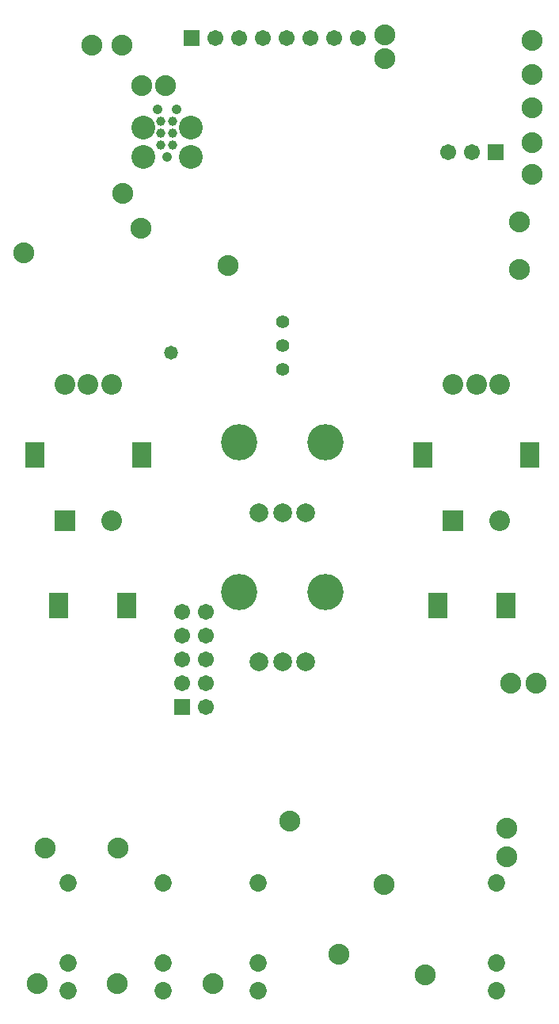
<source format=gbs>
G04*
G04 #@! TF.GenerationSoftware,Altium Limited,CircuitStudio,1.5.1 (13)*
G04*
G04 Layer_Color=8150272*
%FSLAX44Y44*%
%MOMM*%
G71*
G01*
G75*
%ADD104C,3.8651*%
%ADD105C,2.0033*%
%ADD106C,1.8533*%
%ADD107C,1.7032*%
%ADD108R,1.7032X1.7032*%
%ADD109C,2.2352*%
%ADD110C,1.0668*%
%ADD111C,2.5400*%
%ADD112R,2.0032X2.8032*%
%ADD113R,2.2032X2.2032*%
%ADD114C,2.2032*%
%ADD115R,1.7032X1.7032*%
%ADD116C,1.4032*%
%ADD117C,1.4732*%
%ADD118C,0.9906*%
D104*
X598002Y857485D02*
D03*
X505000D02*
D03*
X598002Y697800D02*
D03*
X505000D02*
D03*
D105*
X576501Y782483D02*
D03*
X551502D02*
D03*
X526501D02*
D03*
X576501Y622799D02*
D03*
X551502D02*
D03*
X526501D02*
D03*
D106*
X322580Y271295D02*
D03*
Y301295D02*
D03*
Y386296D02*
D03*
X525780Y271295D02*
D03*
Y301295D02*
D03*
Y386296D02*
D03*
X424180Y271295D02*
D03*
Y301295D02*
D03*
Y386296D02*
D03*
X780420Y271295D02*
D03*
Y301295D02*
D03*
Y386296D02*
D03*
D107*
X728980Y1167384D02*
D03*
X754380D02*
D03*
X632460Y1289050D02*
D03*
X607060D02*
D03*
X581660D02*
D03*
X556260D02*
D03*
X530860D02*
D03*
X505460D02*
D03*
X480060D02*
D03*
X469392Y575056D02*
D03*
X443992Y600456D02*
D03*
X469392D02*
D03*
X443992Y625856D02*
D03*
X469392D02*
D03*
X443992Y651256D02*
D03*
X469392D02*
D03*
X443992Y676656D02*
D03*
X469392D02*
D03*
D108*
X779780Y1167384D02*
D03*
X454660Y1289050D02*
D03*
D109*
X791464Y445516D02*
D03*
X400558Y1086104D02*
D03*
X381000Y1122934D02*
D03*
X493776Y1046480D02*
D03*
X375666Y424180D02*
D03*
X659892Y385318D02*
D03*
X795528Y600456D02*
D03*
X660908Y1292860D02*
D03*
X426466Y1238250D02*
D03*
X401320D02*
D03*
X818896Y1250696D02*
D03*
X660908Y1267460D02*
D03*
X818896Y1214374D02*
D03*
Y1287018D02*
D03*
X791464Y414782D02*
D03*
X822452Y600456D02*
D03*
X477012Y279400D02*
D03*
X297688Y424180D02*
D03*
X375158Y279400D02*
D03*
X289814D02*
D03*
X559562Y452374D02*
D03*
X347472Y1281430D02*
D03*
X275082Y1060196D02*
D03*
X379730Y1281430D02*
D03*
X612394Y310642D02*
D03*
X818896Y1177544D02*
D03*
Y1143254D02*
D03*
X804672Y1093216D02*
D03*
Y1041908D02*
D03*
X704596Y288798D02*
D03*
D110*
X428244Y1162050D02*
D03*
X438404Y1212850D02*
D03*
X418084D02*
D03*
D111*
X402844Y1162050D02*
D03*
X453644D02*
D03*
Y1193800D02*
D03*
X402844D02*
D03*
D112*
X287000Y844000D02*
D03*
X401000D02*
D03*
X702000D02*
D03*
X816000D02*
D03*
X717601Y683260D02*
D03*
X790601D02*
D03*
X312420D02*
D03*
X385420D02*
D03*
D113*
X319000Y774000D02*
D03*
X734000D02*
D03*
D114*
X369000D02*
D03*
X319000Y919000D02*
D03*
X344000D02*
D03*
X369000D02*
D03*
X784000Y774000D02*
D03*
X734000Y919000D02*
D03*
X759000D02*
D03*
X784000D02*
D03*
D115*
X443992Y575056D02*
D03*
D116*
X551502Y986282D02*
D03*
Y935482D02*
D03*
Y960882D02*
D03*
D117*
X432562Y953008D02*
D03*
D118*
X434594Y1187450D02*
D03*
X421894Y1200150D02*
D03*
X434594D02*
D03*
X421894Y1187450D02*
D03*
X434594Y1174750D02*
D03*
X421894D02*
D03*
M02*

</source>
